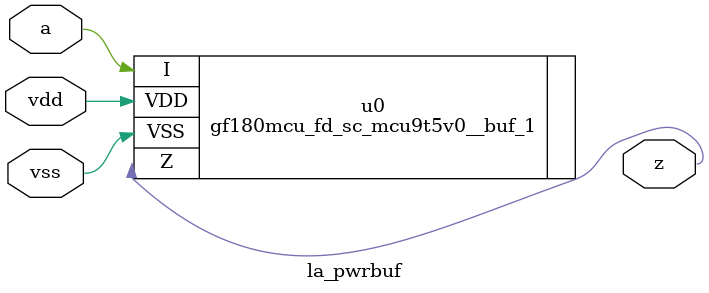
<source format=v>

(* keep_hierarchy *)
module la_pwrbuf #(
    parameter PROP = "DEFAULT"
) (
    input  vdd,
    input  vss,
    input  a,
    output z
);

  // `ifdef SIM
  //    assign z = ((vdd === 1'b1) && (vss === 1'b0)) ? a : 1'bX;
  // `else
  //    assign z = a;
  // `endif

  gf180mcu_fd_sc_mcu9t5v0__buf_1 u0 (
      .I  (a),
      .Z  (z),
      .VSS(vss),
      .VDD(vdd)
  );

endmodule

</source>
